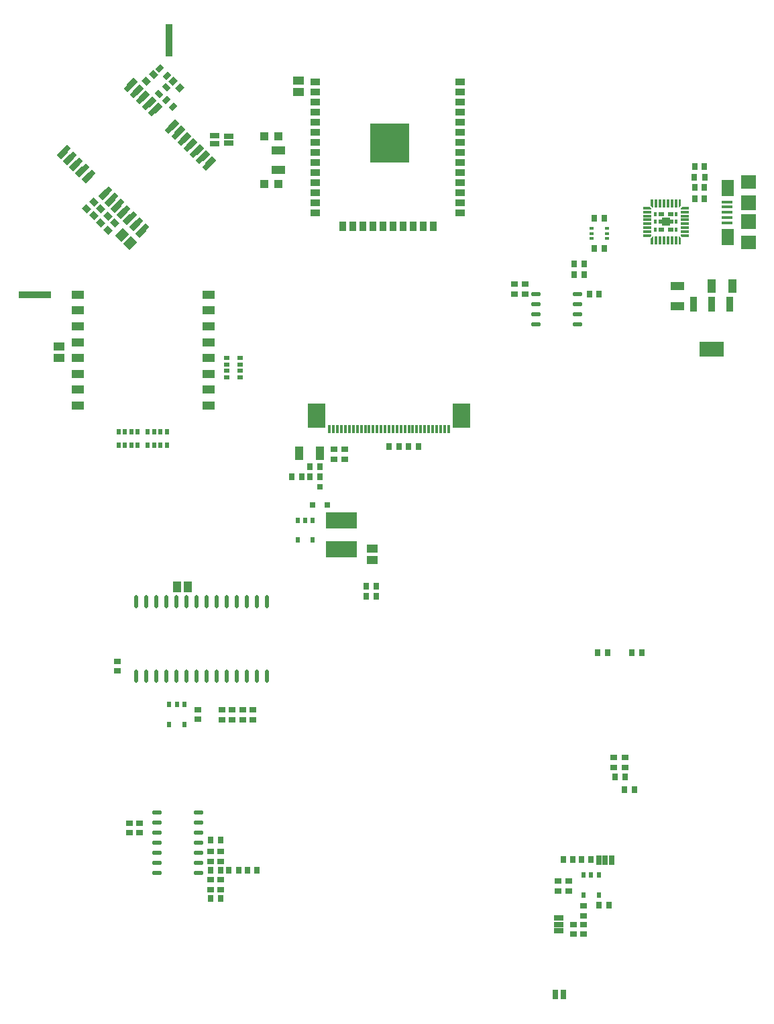
<source format=gtp>
G04 Layer_Color=8421504*
%FSLAX25Y25*%
%MOIN*%
G70*
G01*
G75*
%ADD10R,0.03937X0.01181*%
%ADD12R,0.01181X0.03937*%
%ADD15O,0.04921X0.02165*%
%ADD16R,0.01968X0.03150*%
%ADD17R,0.03150X0.01968*%
G04:AMPARAMS|DCode=18|XSize=35.43mil|YSize=31.5mil|CornerRadius=0mil|HoleSize=0mil|Usage=FLASHONLY|Rotation=135.000|XOffset=0mil|YOffset=0mil|HoleType=Round|Shape=Rectangle|*
%AMROTATEDRECTD18*
4,1,4,0.02366,-0.00139,0.00139,-0.02366,-0.02366,0.00139,-0.00139,0.02366,0.02366,-0.00139,0.0*
%
%ADD18ROTATEDRECTD18*%

%ADD19R,0.02500X0.05000*%
%ADD20R,0.05000X0.02500*%
%ADD22R,0.05905X0.03937*%
%ADD23R,0.04331X0.05512*%
%ADD24R,0.03150X0.03543*%
%ADD25R,0.04331X0.06693*%
%ADD26R,0.01181X0.04331*%
%ADD27R,0.09055X0.12205*%
%ADD28R,0.02756X0.03347*%
%ADD29O,0.02165X0.06496*%
%ADD30R,0.02165X0.03150*%
%ADD31R,0.15748X0.07874*%
%ADD32R,0.02559X0.02953*%
%ADD33R,0.03347X0.02756*%
%ADD34R,0.05512X0.04331*%
%ADD35R,0.03543X0.03150*%
G04:AMPARAMS|DCode=36|XSize=33.47mil|YSize=27.56mil|CornerRadius=0mil|HoleSize=0mil|Usage=FLASHONLY|Rotation=135.000|XOffset=0mil|YOffset=0mil|HoleType=Round|Shape=Rectangle|*
%AMROTATEDRECTD36*
4,1,4,0.02158,-0.00209,0.00209,-0.02158,-0.02158,0.00209,-0.00209,0.02158,0.02158,-0.00209,0.0*
%
%ADD36ROTATEDRECTD36*%

G04:AMPARAMS|DCode=37|XSize=33.47mil|YSize=27.56mil|CornerRadius=0mil|HoleSize=0mil|Usage=FLASHONLY|Rotation=45.000|XOffset=0mil|YOffset=0mil|HoleType=Round|Shape=Rectangle|*
%AMROTATEDRECTD37*
4,1,4,-0.00209,-0.02158,-0.02158,-0.00209,0.00209,0.02158,0.02158,0.00209,-0.00209,-0.02158,0.0*
%
%ADD37ROTATEDRECTD37*%

G04:AMPARAMS|DCode=38|XSize=34.65mil|YSize=26.38mil|CornerRadius=0mil|HoleSize=0mil|Usage=FLASHONLY|Rotation=225.000|XOffset=0mil|YOffset=0mil|HoleType=Round|Shape=Rectangle|*
%AMROTATEDRECTD38*
4,1,4,0.00292,0.02158,0.02158,0.00292,-0.00292,-0.02158,-0.02158,-0.00292,0.00292,0.02158,0.0*
%
%ADD38ROTATEDRECTD38*%

G04:AMPARAMS|DCode=39|XSize=34.65mil|YSize=30.32mil|CornerRadius=0mil|HoleSize=0mil|Usage=FLASHONLY|Rotation=135.000|XOffset=0mil|YOffset=0mil|HoleType=Round|Shape=Rectangle|*
%AMROTATEDRECTD39*
4,1,4,0.02297,-0.00153,0.00153,-0.02297,-0.02297,0.00153,-0.00153,0.02297,0.02297,-0.00153,0.0*
%
%ADD39ROTATEDRECTD39*%

G04:AMPARAMS|DCode=40|XSize=35.43mil|YSize=31.5mil|CornerRadius=0mil|HoleSize=0mil|Usage=FLASHONLY|Rotation=225.000|XOffset=0mil|YOffset=0mil|HoleType=Round|Shape=Rectangle|*
%AMROTATEDRECTD40*
4,1,4,0.00139,0.02366,0.02366,0.00139,-0.00139,-0.02366,-0.02366,-0.00139,0.00139,0.02366,0.0*
%
%ADD40ROTATEDRECTD40*%

G04:AMPARAMS|DCode=41|XSize=55.12mil|YSize=43.31mil|CornerRadius=0mil|HoleSize=0mil|Usage=FLASHONLY|Rotation=225.000|XOffset=0mil|YOffset=0mil|HoleType=Round|Shape=Rectangle|*
%AMROTATEDRECTD41*
4,1,4,0.00418,0.03480,0.03480,0.00418,-0.00418,-0.03480,-0.03480,-0.00418,0.00418,0.03480,0.0*
%
%ADD41ROTATEDRECTD41*%

%ADD42R,0.07480X0.07480*%
%ADD43R,0.07480X0.07087*%
%ADD44R,0.06299X0.08268*%
%ADD45R,0.05315X0.01575*%
%ADD46R,0.02677X0.03622*%
%ADD47R,0.03543X0.07677*%
%ADD48R,0.12402X0.07677*%
%ADD49R,0.06693X0.04331*%
%ADD50R,0.07087X0.03937*%
%ADD52R,0.04331X0.04331*%
%ADD53R,0.04724X0.03543*%
%ADD54R,0.03543X0.04724*%
%ADD55R,0.19685X0.19685*%
G04:AMPARAMS|DCode=56|XSize=35.43mil|YSize=157.48mil|CornerRadius=1.77mil|HoleSize=0mil|Usage=FLASHONLY|Rotation=180.000|XOffset=0mil|YOffset=0mil|HoleType=Round|Shape=RoundedRectangle|*
%AMROUNDEDRECTD56*
21,1,0.03543,0.15394,0,0,180.0*
21,1,0.03189,0.15748,0,0,180.0*
1,1,0.00354,-0.01595,0.07697*
1,1,0.00354,0.01595,0.07697*
1,1,0.00354,0.01595,-0.07697*
1,1,0.00354,-0.01595,-0.07697*
%
%ADD56ROUNDEDRECTD56*%
G04:AMPARAMS|DCode=57|XSize=35.43mil|YSize=157.48mil|CornerRadius=1.77mil|HoleSize=0mil|Usage=FLASHONLY|Rotation=270.000|XOffset=0mil|YOffset=0mil|HoleType=Round|Shape=RoundedRectangle|*
%AMROUNDEDRECTD57*
21,1,0.03543,0.15394,0,0,270.0*
21,1,0.03189,0.15748,0,0,270.0*
1,1,0.00354,-0.07697,-0.01595*
1,1,0.00354,-0.07697,0.01595*
1,1,0.00354,0.07697,0.01595*
1,1,0.00354,0.07697,-0.01595*
%
%ADD57ROUNDEDRECTD57*%
%ADD58R,0.02362X0.01378*%
%ADD96R,0.01673X0.02362*%
%ADD97R,0.01181X0.02362*%
G04:AMPARAMS|DCode=98|XSize=47.24mil|YSize=31.5mil|CornerRadius=0mil|HoleSize=0mil|Usage=FLASHONLY|Rotation=45.000|XOffset=0mil|YOffset=0mil|HoleType=Round|Shape=Rectangle|*
%AMROTATEDRECTD98*
4,1,4,-0.00557,-0.02784,-0.02784,-0.00557,0.00557,0.02784,0.02784,0.00557,-0.00557,-0.02784,0.0*
%
%ADD98ROTATEDRECTD98*%

%ADD99R,0.04134X0.04134*%
G04:AMPARAMS|DCode=100|XSize=62.99mil|YSize=23.62mil|CornerRadius=0mil|HoleSize=0mil|Usage=FLASHONLY|Rotation=45.000|XOffset=0mil|YOffset=0mil|HoleType=Round|Shape=Rectangle|*
%AMROTATEDRECTD100*
4,1,4,-0.01392,-0.03062,-0.03062,-0.01392,0.01392,0.03062,0.03062,0.01392,-0.01392,-0.03062,0.0*
%
%ADD100ROTATEDRECTD100*%

G36*
X130332Y156809D02*
Y156416D01*
X129544Y155629D01*
X126394D01*
Y156810D01*
X130332Y156809D01*
D02*
G37*
G36*
X148835Y155629D02*
X145686D01*
X144898Y156416D01*
Y156809D01*
X148835Y156810D01*
Y155629D01*
D02*
G37*
G36*
X145095Y155038D02*
Y151888D01*
X143914D01*
X143914Y155825D01*
X144308D01*
X145095Y155038D01*
D02*
G37*
G36*
X131316Y151888D02*
X130135D01*
Y155038D01*
X130922Y155825D01*
X131316D01*
X131316Y151888D01*
D02*
G37*
G36*
X131316Y170392D02*
X130922D01*
X130135Y171180D01*
X130142Y174329D01*
X131309D01*
X131316Y170392D01*
D02*
G37*
G36*
X145095Y171180D02*
X144308Y170392D01*
X143914D01*
X143914Y174329D01*
X145095D01*
Y171180D01*
D02*
G37*
G36*
X130332Y169802D02*
Y169408D01*
X126394Y169408D01*
Y170589D01*
X129544D01*
X130332Y169802D01*
D02*
G37*
G36*
X148835Y169408D02*
X144898Y169408D01*
Y169802D01*
X145686Y170589D01*
X148835D01*
Y169408D01*
D02*
G37*
D10*
X128363Y158187D02*
D03*
X146867D02*
D03*
Y160156D02*
D03*
Y162125D02*
D03*
Y164093D02*
D03*
Y166062D02*
D03*
Y168030D02*
D03*
X128363D02*
D03*
Y166062D02*
D03*
Y164093D02*
D03*
Y162125D02*
D03*
Y160156D02*
D03*
D12*
X132694Y153857D02*
D03*
X134662D02*
D03*
X136631D02*
D03*
X138599D02*
D03*
X140568D02*
D03*
X142536D02*
D03*
Y172361D02*
D03*
X140568D02*
D03*
X138599D02*
D03*
X136631D02*
D03*
X134662D02*
D03*
X132694D02*
D03*
D15*
X73129Y127338D02*
D03*
Y122337D02*
D03*
Y117338D02*
D03*
Y112338D02*
D03*
X93798Y127338D02*
D03*
Y122337D02*
D03*
Y117338D02*
D03*
Y112338D02*
D03*
X-94683Y-160240D02*
D03*
Y-155240D02*
D03*
Y-150240D02*
D03*
Y-145240D02*
D03*
Y-140240D02*
D03*
Y-135240D02*
D03*
Y-130240D02*
D03*
X-115352Y-160240D02*
D03*
Y-155240D02*
D03*
Y-150240D02*
D03*
Y-145240D02*
D03*
Y-140240D02*
D03*
Y-135240D02*
D03*
Y-130240D02*
D03*
D16*
X-119841Y52296D02*
D03*
X-116691D02*
D03*
X-113542D02*
D03*
X-110392D02*
D03*
X-119841Y58988D02*
D03*
X-116691D02*
D03*
X-113542D02*
D03*
X-110392D02*
D03*
X-134399Y52296D02*
D03*
X-131249D02*
D03*
X-128099D02*
D03*
X-124950D02*
D03*
X-134399Y58988D02*
D03*
X-131249D02*
D03*
X-128099D02*
D03*
X-124950D02*
D03*
D17*
X-80800Y95489D02*
D03*
Y92339D02*
D03*
Y89189D02*
D03*
Y86040D02*
D03*
X-74107Y95489D02*
D03*
Y92339D02*
D03*
Y89189D02*
D03*
Y86040D02*
D03*
D18*
X-120629Y232804D02*
D03*
X-117149Y236284D02*
D03*
D19*
X104249Y-153759D02*
D03*
X107449D02*
D03*
X110649D02*
D03*
X82569Y-220472D02*
D03*
X86569D02*
D03*
D20*
X-86544Y205959D02*
D03*
Y201959D02*
D03*
X-79711Y202187D02*
D03*
Y205731D02*
D03*
X84285Y-188841D02*
D03*
Y-185641D02*
D03*
Y-182441D02*
D03*
D22*
X-89820Y71891D02*
D03*
Y79765D02*
D03*
Y87639D02*
D03*
Y95513D02*
D03*
Y103387D02*
D03*
Y111261D02*
D03*
Y119135D02*
D03*
Y127009D02*
D03*
X-154780Y71891D02*
D03*
Y79765D02*
D03*
Y87639D02*
D03*
Y95513D02*
D03*
Y103387D02*
D03*
Y111261D02*
D03*
Y119135D02*
D03*
Y127009D02*
D03*
D23*
X-105404Y-18245D02*
D03*
X-99892D02*
D03*
D24*
X14751Y51578D02*
D03*
X9829D02*
D03*
X-39209Y41625D02*
D03*
X-34288D02*
D03*
X-83766Y-143821D02*
D03*
X-88687D02*
D03*
X-88742Y-158898D02*
D03*
X-83821D02*
D03*
X-70448Y-158899D02*
D03*
X-65527D02*
D03*
X109287Y-176031D02*
D03*
X104366D02*
D03*
X156828Y180325D02*
D03*
X151907D02*
D03*
X151907Y190470D02*
D03*
X156828D02*
D03*
Y174559D02*
D03*
X151907D02*
D03*
X104424Y127338D02*
D03*
X99503D02*
D03*
D25*
X-34330Y48377D02*
D03*
X-44567D02*
D03*
X160305Y131193D02*
D03*
X170542D02*
D03*
D26*
X-1968Y60236D02*
D03*
X-3937D02*
D03*
X-5906D02*
D03*
X-7874D02*
D03*
X-9843D02*
D03*
X-11811D02*
D03*
X-13780D02*
D03*
X-15748D02*
D03*
X-17717D02*
D03*
X-19685D02*
D03*
X-21654D02*
D03*
X-23622D02*
D03*
X-25591D02*
D03*
X-27559D02*
D03*
X-29528D02*
D03*
X0D02*
D03*
X1969D02*
D03*
X3937D02*
D03*
X5906D02*
D03*
X7874D02*
D03*
X9843D02*
D03*
X11811D02*
D03*
X13780D02*
D03*
X15748D02*
D03*
X17717D02*
D03*
X19685D02*
D03*
X21654D02*
D03*
X23622D02*
D03*
X25591D02*
D03*
X27559D02*
D03*
X29528D02*
D03*
D27*
X36024Y66929D02*
D03*
X-36024D02*
D03*
D28*
X82Y51578D02*
D03*
X5004D02*
D03*
X-48395Y36478D02*
D03*
X-43473D02*
D03*
X-39236Y36481D02*
D03*
X-34315D02*
D03*
X-83733Y-172896D02*
D03*
X-88654D02*
D03*
X-74648Y-158899D02*
D03*
X-79569D02*
D03*
X100430Y-153565D02*
D03*
X95509D02*
D03*
X91490Y-153537D02*
D03*
X86569D02*
D03*
X117253Y-112249D02*
D03*
X112331D02*
D03*
X117014Y-118609D02*
D03*
X121935D02*
D03*
X120795Y-50666D02*
D03*
X125716D02*
D03*
X108513Y-50741D02*
D03*
X103592D02*
D03*
X92019Y142154D02*
D03*
X96940D02*
D03*
X-6306Y-17595D02*
D03*
X-11228D02*
D03*
X-6306Y-22663D02*
D03*
X-11228D02*
D03*
X92019Y137065D02*
D03*
X96940D02*
D03*
X102029Y164850D02*
D03*
X106951D02*
D03*
X102029Y149802D02*
D03*
X106951D02*
D03*
D29*
X-125605Y-62367D02*
D03*
X-120605D02*
D03*
X-115605D02*
D03*
X-110605D02*
D03*
X-105605D02*
D03*
X-100605D02*
D03*
X-95605D02*
D03*
X-90605D02*
D03*
X-85605D02*
D03*
X-80605D02*
D03*
X-75605D02*
D03*
X-70605D02*
D03*
X-65605D02*
D03*
X-60605D02*
D03*
X-125605Y-25556D02*
D03*
X-120605D02*
D03*
X-115605D02*
D03*
X-110605D02*
D03*
X-105605D02*
D03*
X-100605D02*
D03*
X-95605D02*
D03*
X-90605D02*
D03*
X-85605D02*
D03*
X-80605D02*
D03*
X-75605D02*
D03*
X-70605D02*
D03*
X-65605D02*
D03*
X-60605D02*
D03*
D30*
X-37980Y14997D02*
D03*
X-41721D02*
D03*
X-45461D02*
D03*
Y5154D02*
D03*
X-37980D02*
D03*
X104231Y-161133D02*
D03*
X100491D02*
D03*
X96750D02*
D03*
Y-171172D02*
D03*
X104231D02*
D03*
X-101744Y-76477D02*
D03*
X-105484D02*
D03*
X-109224D02*
D03*
Y-86320D02*
D03*
X-101744D02*
D03*
D31*
X-23599Y15026D02*
D03*
Y459D02*
D03*
D32*
X-38030Y22743D02*
D03*
X-30549D02*
D03*
X-34290Y31601D02*
D03*
D33*
X-22168Y50249D02*
D03*
Y45328D02*
D03*
X-88695Y-168338D02*
D03*
Y-163417D02*
D03*
X-83650Y-154380D02*
D03*
Y-149459D02*
D03*
X-88714Y-154380D02*
D03*
Y-149459D02*
D03*
X83991Y-169114D02*
D03*
Y-164192D02*
D03*
X117170Y-102736D02*
D03*
Y-107658D02*
D03*
X96750Y-181324D02*
D03*
Y-176403D02*
D03*
X91746Y-190506D02*
D03*
Y-185585D02*
D03*
X62416Y127360D02*
D03*
Y132282D02*
D03*
X67518D02*
D03*
Y127360D02*
D03*
X-134895Y-59868D02*
D03*
Y-54946D02*
D03*
X-67695Y-79004D02*
D03*
Y-83925D02*
D03*
X-83040Y-79004D02*
D03*
Y-83925D02*
D03*
X-77925Y-79004D02*
D03*
Y-83925D02*
D03*
X-72810Y-79004D02*
D03*
Y-83925D02*
D03*
X-123936Y-140224D02*
D03*
Y-135302D02*
D03*
X-129149D02*
D03*
Y-140224D02*
D03*
D34*
X-8197Y-4654D02*
D03*
Y858D02*
D03*
X-45143Y233183D02*
D03*
Y227671D02*
D03*
X-164107Y101198D02*
D03*
Y95687D02*
D03*
D35*
X-27206Y45335D02*
D03*
Y50256D02*
D03*
X-83631Y-168338D02*
D03*
Y-163417D02*
D03*
X89491Y-169114D02*
D03*
Y-164192D02*
D03*
X111827Y-102695D02*
D03*
Y-107616D02*
D03*
X96804Y-190536D02*
D03*
Y-185615D02*
D03*
X-95065Y-78938D02*
D03*
Y-83859D02*
D03*
D36*
X-114215Y226447D02*
D03*
X-110735Y229927D02*
D03*
D37*
X-110693Y223609D02*
D03*
X-107213Y220129D02*
D03*
D38*
X-113924Y239414D02*
D03*
X-110222Y235711D02*
D03*
D39*
X-136294Y162488D02*
D03*
X-139719Y159063D02*
D03*
X-139798Y166002D02*
D03*
X-143222Y162578D02*
D03*
X-143270Y169549D02*
D03*
X-146694Y166124D02*
D03*
X-146776Y173055D02*
D03*
X-150200Y169631D02*
D03*
D40*
X-103991Y229514D02*
D03*
X-107471Y232994D02*
D03*
D41*
X-128828Y152655D02*
D03*
X-132725Y156552D02*
D03*
D42*
X178500Y172585D02*
D03*
Y163136D02*
D03*
D43*
Y182821D02*
D03*
Y152900D02*
D03*
D44*
X168461Y155656D02*
D03*
Y180066D02*
D03*
D45*
X167969Y167861D02*
D03*
Y170420D02*
D03*
Y165302D02*
D03*
Y162742D02*
D03*
Y172979D02*
D03*
D46*
X151769Y185397D02*
D03*
X156966D02*
D03*
D47*
X169277Y122252D02*
D03*
X160221D02*
D03*
X151166D02*
D03*
D48*
X160221Y100007D02*
D03*
D49*
X143384Y121168D02*
D03*
Y131404D02*
D03*
D50*
X-54840Y188784D02*
D03*
Y198626D02*
D03*
D52*
X-62028Y182039D02*
D03*
X-54942D02*
D03*
X-62029Y205502D02*
D03*
X-54942D02*
D03*
D53*
X-36624Y232560D02*
D03*
Y227560D02*
D03*
Y222560D02*
D03*
Y217560D02*
D03*
Y212560D02*
D03*
Y207560D02*
D03*
Y202560D02*
D03*
Y197560D02*
D03*
Y192560D02*
D03*
Y187560D02*
D03*
Y182560D02*
D03*
Y177560D02*
D03*
Y172560D02*
D03*
Y167560D02*
D03*
X35376D02*
D03*
Y172560D02*
D03*
Y177560D02*
D03*
Y182560D02*
D03*
Y187560D02*
D03*
Y192560D02*
D03*
Y197560D02*
D03*
Y202560D02*
D03*
Y207560D02*
D03*
Y212560D02*
D03*
Y217560D02*
D03*
Y222560D02*
D03*
Y227560D02*
D03*
Y232560D02*
D03*
D54*
X-23124Y161060D02*
D03*
X-18132D02*
D03*
X-13132D02*
D03*
X-8132D02*
D03*
X-3132D02*
D03*
X1868D02*
D03*
X6868D02*
D03*
X11868D02*
D03*
X16868D02*
D03*
X21868D02*
D03*
D55*
X490Y202112D02*
D03*
D56*
X-109500Y253300D02*
D03*
D57*
X-176139Y127000D02*
D03*
D58*
X100652Y159883D02*
D03*
Y157324D02*
D03*
Y154765D02*
D03*
X108329D02*
D03*
Y157324D02*
D03*
Y159883D02*
D03*
D96*
X132448Y163109D02*
D03*
X132448Y159172D02*
D03*
X132448Y167046D02*
D03*
X142782Y163109D02*
D03*
X142782Y167046D02*
D03*
X142782Y159172D02*
D03*
D97*
X134662Y163109D02*
D03*
X134662Y167046D02*
D03*
X134662Y159172D02*
D03*
X140568Y163109D02*
D03*
Y159172D02*
D03*
X140568Y167046D02*
D03*
X139386Y159172D02*
D03*
X139387Y167046D02*
D03*
X139386Y163109D02*
D03*
X135843Y167046D02*
D03*
X135843Y159172D02*
D03*
X135843Y163109D02*
D03*
D98*
X-88709Y192810D02*
D03*
X-91772Y195872D02*
D03*
X-94834Y198934D02*
D03*
X-97896Y201996D02*
D03*
X-100958Y205059D02*
D03*
X-104021Y208121D02*
D03*
X-107083Y211183D02*
D03*
X-115435Y219535D02*
D03*
X-118497Y222597D02*
D03*
X-121559Y225659D02*
D03*
X-124621Y228722D02*
D03*
X-127684Y231784D02*
D03*
X-162413Y197055D02*
D03*
X-159350Y193993D02*
D03*
X-156288Y190930D02*
D03*
X-153226Y187868D02*
D03*
X-150163Y184806D02*
D03*
X-141812Y176454D02*
D03*
X-138750Y173392D02*
D03*
X-135687Y170330D02*
D03*
X-129563Y164205D02*
D03*
X-126500Y161143D02*
D03*
X-123438Y158080D02*
D03*
X-132625Y167267D02*
D03*
D99*
X137615Y163109D02*
D03*
D100*
X-89823Y191696D02*
D03*
X-92885Y194758D02*
D03*
X-95947Y197821D02*
D03*
X-99010Y200883D02*
D03*
X-102072Y203945D02*
D03*
X-105134Y207007D02*
D03*
X-108196Y210070D02*
D03*
X-116548Y218421D02*
D03*
X-119610Y221484D02*
D03*
X-122673Y224546D02*
D03*
X-125735Y227608D02*
D03*
X-128797Y230670D02*
D03*
X-161324Y198143D02*
D03*
X-158262Y195081D02*
D03*
X-155200Y192019D02*
D03*
X-152137Y188957D02*
D03*
X-149075Y185895D02*
D03*
X-140723Y177543D02*
D03*
X-137661Y174480D02*
D03*
X-134599Y171418D02*
D03*
X-131536Y168356D02*
D03*
X-128474Y165294D02*
D03*
X-125412Y162231D02*
D03*
X-122350Y159169D02*
D03*
M02*

</source>
